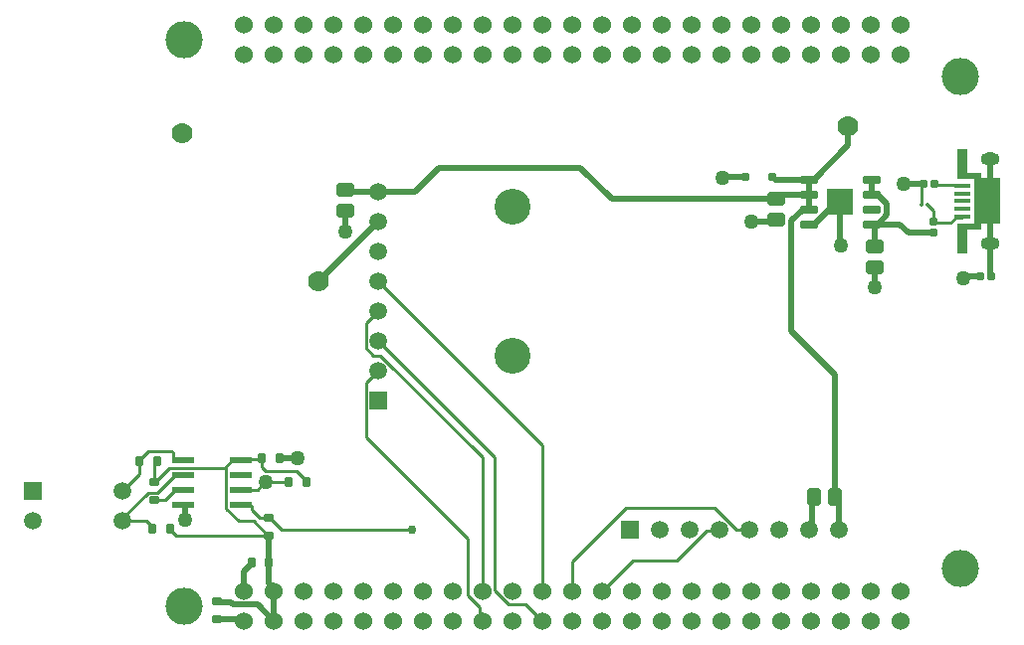
<source format=gtl>
G04*
G04 #@! TF.GenerationSoftware,Altium Limited,Altium Designer,20.1.14 (287)*
G04*
G04 Layer_Physical_Order=1*
G04 Layer_Color=255*
%FSLAX24Y24*%
%MOIN*%
G70*
G04*
G04 #@! TF.SameCoordinates,9A1B4EAE-D6D5-4477-8753-CECB3CDB6822*
G04*
G04*
G04 #@! TF.FilePolarity,Positive*
G04*
G01*
G75*
%ADD14C,0.0100*%
%ADD16C,0.0200*%
G04:AMPARAMS|DCode=25|XSize=45.3mil|YSize=57.1mil|CornerRadius=6.8mil|HoleSize=0mil|Usage=FLASHONLY|Rotation=270.000|XOffset=0mil|YOffset=0mil|HoleType=Round|Shape=RoundedRectangle|*
%AMROUNDEDRECTD25*
21,1,0.0453,0.0435,0,0,270.0*
21,1,0.0317,0.0571,0,0,270.0*
1,1,0.0136,-0.0218,-0.0158*
1,1,0.0136,-0.0218,0.0158*
1,1,0.0136,0.0218,0.0158*
1,1,0.0136,0.0218,-0.0158*
%
%ADD25ROUNDEDRECTD25*%
G04:AMPARAMS|DCode=26|XSize=24.4mil|YSize=24.4mil|CornerRadius=3.7mil|HoleSize=0mil|Usage=FLASHONLY|Rotation=180.000|XOffset=0mil|YOffset=0mil|HoleType=Round|Shape=RoundedRectangle|*
%AMROUNDEDRECTD26*
21,1,0.0244,0.0171,0,0,180.0*
21,1,0.0171,0.0244,0,0,180.0*
1,1,0.0073,-0.0085,0.0085*
1,1,0.0073,0.0085,0.0085*
1,1,0.0073,0.0085,-0.0085*
1,1,0.0073,-0.0085,-0.0085*
%
%ADD26ROUNDEDRECTD26*%
G04:AMPARAMS|DCode=27|XSize=24.4mil|YSize=24.4mil|CornerRadius=3.7mil|HoleSize=0mil|Usage=FLASHONLY|Rotation=90.000|XOffset=0mil|YOffset=0mil|HoleType=Round|Shape=RoundedRectangle|*
%AMROUNDEDRECTD27*
21,1,0.0244,0.0171,0,0,90.0*
21,1,0.0171,0.0244,0,0,90.0*
1,1,0.0073,0.0085,0.0085*
1,1,0.0073,0.0085,-0.0085*
1,1,0.0073,-0.0085,-0.0085*
1,1,0.0073,-0.0085,0.0085*
%
%ADD27ROUNDEDRECTD27*%
G04:AMPARAMS|DCode=28|XSize=45.3mil|YSize=57.1mil|CornerRadius=6.8mil|HoleSize=0mil|Usage=FLASHONLY|Rotation=0.000|XOffset=0mil|YOffset=0mil|HoleType=Round|Shape=RoundedRectangle|*
%AMROUNDEDRECTD28*
21,1,0.0453,0.0435,0,0,0.0*
21,1,0.0317,0.0571,0,0,0.0*
1,1,0.0136,0.0158,-0.0218*
1,1,0.0136,-0.0158,-0.0218*
1,1,0.0136,-0.0158,0.0218*
1,1,0.0136,0.0158,0.0218*
%
%ADD28ROUNDEDRECTD28*%
G04:AMPARAMS|DCode=29|XSize=12mil|YSize=12mil|CornerRadius=1.2mil|HoleSize=0mil|Usage=FLASHONLY|Rotation=0.000|XOffset=0mil|YOffset=0mil|HoleType=Round|Shape=RoundedRectangle|*
%AMROUNDEDRECTD29*
21,1,0.0120,0.0096,0,0,0.0*
21,1,0.0096,0.0120,0,0,0.0*
1,1,0.0024,0.0048,-0.0048*
1,1,0.0024,-0.0048,-0.0048*
1,1,0.0024,-0.0048,0.0048*
1,1,0.0024,0.0048,0.0048*
%
%ADD29ROUNDEDRECTD29*%
%ADD30R,0.0780X0.0220*%
%ADD31C,0.0150*%
G04:AMPARAMS|DCode=32|XSize=15.7mil|YSize=51.2mil|CornerRadius=2.4mil|HoleSize=0mil|Usage=FLASHONLY|Rotation=270.000|XOffset=0mil|YOffset=0mil|HoleType=Round|Shape=RoundedRectangle|*
%AMROUNDEDRECTD32*
21,1,0.0157,0.0465,0,0,270.0*
21,1,0.0110,0.0512,0,0,270.0*
1,1,0.0047,-0.0232,-0.0055*
1,1,0.0047,-0.0232,0.0055*
1,1,0.0047,0.0232,0.0055*
1,1,0.0047,0.0232,-0.0055*
%
%ADD32ROUNDEDRECTD32*%
G04:AMPARAMS|DCode=33|XSize=61mil|YSize=23.6mil|CornerRadius=3.5mil|HoleSize=0mil|Usage=FLASHONLY|Rotation=0.000|XOffset=0mil|YOffset=0mil|HoleType=Round|Shape=RoundedRectangle|*
%AMROUNDEDRECTD33*
21,1,0.0610,0.0165,0,0,0.0*
21,1,0.0539,0.0236,0,0,0.0*
1,1,0.0071,0.0270,-0.0083*
1,1,0.0071,-0.0270,-0.0083*
1,1,0.0071,-0.0270,0.0083*
1,1,0.0071,0.0270,0.0083*
%
%ADD33ROUNDEDRECTD33*%
G04:AMPARAMS|DCode=65|XSize=24mil|YSize=32mil|CornerRadius=1.8mil|HoleSize=0mil|Usage=FLASHONLY|Rotation=180.000|XOffset=0mil|YOffset=0mil|HoleType=Round|Shape=RoundedRectangle|*
%AMROUNDEDRECTD65*
21,1,0.0240,0.0284,0,0,180.0*
21,1,0.0204,0.0320,0,0,180.0*
1,1,0.0036,-0.0102,0.0142*
1,1,0.0036,0.0102,0.0142*
1,1,0.0036,0.0102,-0.0142*
1,1,0.0036,-0.0102,-0.0142*
%
%ADD65ROUNDEDRECTD65*%
G04:AMPARAMS|DCode=66|XSize=24mil|YSize=32mil|CornerRadius=1.8mil|HoleSize=0mil|Usage=FLASHONLY|Rotation=270.000|XOffset=0mil|YOffset=0mil|HoleType=Round|Shape=RoundedRectangle|*
%AMROUNDEDRECTD66*
21,1,0.0240,0.0284,0,0,270.0*
21,1,0.0204,0.0320,0,0,270.0*
1,1,0.0036,-0.0142,-0.0102*
1,1,0.0036,-0.0142,0.0102*
1,1,0.0036,0.0142,0.0102*
1,1,0.0036,0.0142,-0.0102*
%
%ADD66ROUNDEDRECTD66*%
%ADD67R,0.0902X0.0902*%
G04:AMPARAMS|DCode=68|XSize=25mil|YSize=25mil|CornerRadius=3.8mil|HoleSize=0mil|Usage=FLASHONLY|Rotation=90.000|XOffset=0mil|YOffset=0mil|HoleType=Round|Shape=RoundedRectangle|*
%AMROUNDEDRECTD68*
21,1,0.0250,0.0175,0,0,90.0*
21,1,0.0175,0.0250,0,0,90.0*
1,1,0.0075,0.0088,0.0088*
1,1,0.0075,0.0088,-0.0088*
1,1,0.0075,-0.0088,-0.0088*
1,1,0.0075,-0.0088,0.0088*
%
%ADD68ROUNDEDRECTD68*%
%ADD69R,0.0354X0.0987*%
%ADD70R,0.0217X0.1755*%
%ADD71R,0.0866X0.1535*%
%ADD72R,0.0787X0.0187*%
%ADD73C,0.0600*%
%ADD74C,0.0591*%
%ADD75R,0.0591X0.0591*%
%ADD76C,0.0700*%
%ADD77O,0.0633X0.0436*%
%ADD78R,0.0591X0.0591*%
%ADD79C,0.1250*%
%ADD80C,0.0500*%
%ADD81C,0.0300*%
%ADD82C,0.1200*%
G36*
X31452Y13121D02*
D01*
D02*
G37*
D14*
X30451Y15270D02*
Y15328D01*
X30523Y15400D01*
X30450Y15269D02*
X30451Y15270D01*
X30450Y14700D02*
Y15269D01*
X5390Y6210D02*
Y6391D01*
X4260Y6100D02*
Y6140D01*
X4570Y6450D01*
X5331D01*
X5390Y6391D01*
X5450Y6150D02*
X5730D01*
X5390Y6210D02*
X5450Y6150D01*
X8560Y3610D02*
X8600D01*
X5480D02*
X8560D01*
X8490Y3560D02*
X8590Y3460D01*
X7110Y5870D02*
X7170Y5930D01*
Y4494D02*
X7577Y4087D01*
X8083D01*
X7170Y4494D02*
Y5930D01*
X7390Y6150D01*
X8083Y4087D02*
X8560Y3610D01*
X28919Y13982D02*
X28987Y14050D01*
X28800Y15050D02*
X28987D01*
X28876Y13982D02*
X28919D01*
X5270Y5870D02*
X7110D01*
X4790Y5390D02*
X5270Y5870D01*
X4750Y5390D02*
X4790D01*
X7390Y6150D02*
X7670D01*
X5280Y3810D02*
X5480Y3610D01*
X5280Y3810D02*
Y3850D01*
X8335Y6175D02*
X8350Y6190D01*
X8360Y6200D01*
X8350Y5900D02*
Y6190D01*
X9840Y5400D02*
Y5440D01*
X9520Y5760D02*
X9840Y5440D01*
X8490Y5760D02*
X9520D01*
X8350Y5900D02*
X8490Y5760D01*
X8590Y4240D02*
X9023Y3807D01*
X8290Y4190D02*
X8600D01*
X8010Y4470D02*
X8290Y4190D01*
X8010Y4470D02*
Y4590D01*
X7950Y4650D02*
X8010Y4590D01*
X7670Y4650D02*
X7950D01*
X8550Y4240D02*
X8590D01*
X9023Y3807D02*
X13396D01*
X7670Y4650D02*
X7675Y4645D01*
X8210Y5150D02*
X8460Y5400D01*
X11845Y6909D02*
X15250Y3503D01*
X15654Y846D02*
Y1188D01*
X15250Y1593D02*
X15654Y1188D01*
X15250Y1593D02*
Y3503D01*
X15654Y846D02*
X15750Y750D01*
X8500Y5400D02*
X9260D01*
X7670Y5150D02*
X8210D01*
X8460Y5400D02*
X8500D01*
X16617Y1303D02*
X17197D01*
X16160Y1760D02*
X16617Y1303D01*
X17197D02*
X17750Y750D01*
X12250Y10150D02*
X16160Y6240D01*
Y1760D02*
Y6240D01*
X26487Y14550D02*
X26674D01*
X26655Y15031D02*
X26674Y15050D01*
X25600Y14904D02*
X25727Y15031D01*
X27681Y3819D02*
X27700Y3800D01*
X27554Y4900D02*
X27681Y4773D01*
X11150Y15204D02*
X11204Y15150D01*
X12100Y9650D02*
X12323D01*
X11845Y9905D02*
X12100Y9650D01*
X11845Y9905D02*
Y10745D01*
X12323Y9650D02*
X15750Y6223D01*
X11845Y10745D02*
X12250Y11150D01*
Y12150D02*
X17750Y6650D01*
Y1750D02*
Y6650D01*
X15750Y1750D02*
Y6223D01*
X11845Y6909D02*
Y8745D01*
X12250Y9150D01*
X18750Y1750D02*
Y2750D01*
X20550Y4550D01*
X23523D02*
X24255Y3818D01*
X24682D01*
X20550Y4550D02*
X23523D01*
X24682Y3818D02*
X24700Y3800D01*
X23255Y3782D02*
X23682D01*
X23700Y3800D01*
X22249Y2776D02*
X23255Y3782D01*
X20776Y2776D02*
X22249D01*
X19750Y1750D02*
X20776Y2776D01*
X5450Y5650D02*
X5730D01*
X4840Y5040D02*
X5450Y5650D01*
X4555Y5040D02*
X4840D01*
X3700Y4100D02*
Y4185D01*
X4555Y5040D01*
X3700Y4100D02*
X4490D01*
X4700Y3890D01*
Y3850D02*
Y3890D01*
X4260Y5660D02*
Y6100D01*
X3700Y5100D02*
X4260Y5660D01*
X4750Y4810D02*
X5110D01*
X5450Y5150D01*
X5730D01*
X4750Y5390D02*
Y5970D01*
X4840Y6060D01*
Y6100D01*
X8360Y6160D02*
Y6200D01*
X7695Y6175D02*
X8335D01*
X7670Y6150D02*
X7695Y6175D01*
X30767Y14100D02*
X31426D01*
X30850Y14127D02*
Y14500D01*
X30650Y14700D02*
X30850Y14500D01*
X31426Y14100D02*
X31607Y14281D01*
X31784D01*
X31813Y14309D01*
X31784Y15362D02*
X31813Y15333D01*
X30915Y15362D02*
X31784D01*
X30877Y15400D02*
X30915Y15362D01*
X32750Y16243D02*
X32750Y16243D01*
X32764Y12314D02*
X32777Y12300D01*
X32750Y13400D02*
X32764Y13386D01*
X28876Y13328D02*
X28900Y13304D01*
X28800Y15550D02*
X28800Y15550D01*
X26674Y15550D02*
X26861D01*
X25450Y15650D02*
X25550Y15550D01*
D16*
X30450Y15400D02*
X30523D01*
X29850D02*
X30450D01*
X8750Y750D02*
Y1750D01*
X28987Y15050D02*
X29300Y14737D01*
X28987Y14050D02*
X29300Y14363D01*
Y14737D01*
X28987Y14050D02*
X29728D01*
X30005Y13773D01*
X30850D01*
X8940Y6200D02*
X9550D01*
X8590Y2700D02*
Y3460D01*
X6850Y1390D02*
X6870Y1370D01*
X7310D01*
X7390Y1290D01*
X8210D02*
X8750Y750D01*
X7390Y1290D02*
X8210D01*
X8590Y2700D02*
X8600Y2690D01*
Y2008D02*
Y2690D01*
Y2008D02*
X8750Y1858D01*
Y1750D02*
Y1858D01*
X20077Y14904D02*
X25600D01*
X19031Y15950D02*
X20077Y14904D01*
X14300Y15950D02*
X19031D01*
X26100Y10470D02*
Y14163D01*
Y10470D02*
X27554Y9016D01*
X26100Y14163D02*
X26487Y14550D01*
X27554Y4900D02*
Y9016D01*
X27737Y13363D02*
X27750Y13350D01*
X27737Y13363D02*
Y14800D01*
X25554Y14150D02*
X25600Y14196D01*
X24750Y14150D02*
X25554D01*
X25727Y15031D02*
X26655D01*
X10250Y12150D02*
X12250Y14150D01*
X27681Y3819D02*
Y4773D01*
X11204Y15150D02*
X12250D01*
X13500D01*
X14300Y15950D01*
X7710Y790D02*
X7750Y750D01*
X6870Y790D02*
X7710D01*
X6850Y810D02*
X6870Y790D01*
X7750Y1750D02*
Y2400D01*
X8010Y2660D01*
Y2700D01*
X32750Y13400D02*
Y16243D01*
X32764Y12314D02*
Y13386D01*
X28876Y13328D02*
Y13982D01*
X28800Y15050D02*
Y15550D01*
X28000Y16689D02*
Y17350D01*
X26861Y15550D02*
X28000Y16689D01*
X25550Y15550D02*
X26674D01*
Y14550D02*
Y15050D01*
Y15550D01*
X26700Y3800D02*
X26773Y3873D01*
Y4827D01*
X26846Y4900D01*
X5730Y4650D02*
X5790D01*
X5800Y4640D01*
Y4150D02*
Y4640D01*
X11150Y13800D02*
Y14496D01*
X31900Y12300D02*
X32423D01*
X31850Y12250D02*
X31900Y12300D01*
X28900Y11950D02*
Y12596D01*
X26674Y14050D02*
X26861D01*
X27611Y14800D01*
X27737D01*
X25600Y14196D02*
X25659D01*
X23800Y15600D02*
X23825Y15625D01*
X24525D02*
X24550Y15650D01*
X23825Y15625D02*
X24525D01*
D25*
X11150Y14496D02*
D03*
Y15204D02*
D03*
X28900Y12596D02*
D03*
Y13304D02*
D03*
X25600Y14196D02*
D03*
Y14904D02*
D03*
D26*
X30523Y15400D02*
D03*
X30877D02*
D03*
X32423Y12300D02*
D03*
X32777D02*
D03*
D27*
X30850Y14127D02*
D03*
Y13773D02*
D03*
D28*
X27554Y4900D02*
D03*
X26846D02*
D03*
D29*
X30650Y14700D02*
D03*
X30450D02*
D03*
D30*
X5730Y6150D02*
D03*
Y5650D02*
D03*
Y5150D02*
D03*
Y4650D02*
D03*
X7670D02*
D03*
Y5150D02*
D03*
Y5650D02*
D03*
Y6150D02*
D03*
D31*
X32652Y14821D02*
D03*
D32*
X31813Y14309D02*
D03*
Y14565D02*
D03*
Y14821D02*
D03*
Y15077D02*
D03*
Y15333D02*
D03*
D33*
X28800Y15550D02*
D03*
X28800Y15050D02*
D03*
X28800Y14550D02*
D03*
X26674Y15550D02*
D03*
Y15050D02*
D03*
Y14550D02*
D03*
Y14050D02*
D03*
X28800Y14050D02*
D03*
D65*
X9840Y5400D02*
D03*
X9260D02*
D03*
X8010Y2700D02*
D03*
X8590D02*
D03*
X4260Y6100D02*
D03*
X4840D02*
D03*
X4700Y3850D02*
D03*
X5280D02*
D03*
X8360Y6200D02*
D03*
X8940D02*
D03*
D66*
X6850Y1390D02*
D03*
Y810D02*
D03*
X8600Y4190D02*
D03*
Y3610D02*
D03*
X4750Y5390D02*
D03*
Y4810D02*
D03*
D67*
X27737Y14800D02*
D03*
D68*
X25450Y15650D02*
D03*
X24550D02*
D03*
D69*
X31825Y16082D02*
D03*
Y13560D02*
D03*
D70*
X32327Y14744D02*
D03*
D71*
X32652Y14821D02*
D03*
D72*
X32041Y13960D02*
D03*
X32041Y15682D02*
D03*
D73*
X7750Y750D02*
D03*
X8750D02*
D03*
X9750D02*
D03*
X10750D02*
D03*
X11750D02*
D03*
X12750D02*
D03*
X13750D02*
D03*
X14750D02*
D03*
X15750D02*
D03*
X16750D02*
D03*
X17750D02*
D03*
X18750D02*
D03*
X19750D02*
D03*
X20750D02*
D03*
X21750D02*
D03*
X22750D02*
D03*
X23750D02*
D03*
X24750D02*
D03*
X25750D02*
D03*
X26750D02*
D03*
X27750D02*
D03*
X28750D02*
D03*
X29750D02*
D03*
X7750Y1750D02*
D03*
X8750D02*
D03*
X9750D02*
D03*
X10750D02*
D03*
X11750D02*
D03*
X12750D02*
D03*
X13750D02*
D03*
X14750D02*
D03*
X15750D02*
D03*
X16750D02*
D03*
X17750D02*
D03*
X18750D02*
D03*
X19750D02*
D03*
X20750D02*
D03*
X21750D02*
D03*
X22750D02*
D03*
X23750D02*
D03*
X24750D02*
D03*
X25750D02*
D03*
X26750D02*
D03*
X27750D02*
D03*
X28750D02*
D03*
X29750D02*
D03*
Y20750D02*
D03*
X28750D02*
D03*
X27750D02*
D03*
X26750D02*
D03*
X25750D02*
D03*
X24750D02*
D03*
X23750D02*
D03*
X22750D02*
D03*
X21750D02*
D03*
X20750D02*
D03*
X19750D02*
D03*
X18750D02*
D03*
X17750D02*
D03*
X16750D02*
D03*
X15750D02*
D03*
X14750D02*
D03*
X13750D02*
D03*
X12750D02*
D03*
X11750D02*
D03*
X10750D02*
D03*
X9750D02*
D03*
X8750D02*
D03*
X7750D02*
D03*
X29750Y19750D02*
D03*
X28750D02*
D03*
X27750D02*
D03*
X26750D02*
D03*
X25750D02*
D03*
X24750D02*
D03*
X23750D02*
D03*
X22750D02*
D03*
X21750D02*
D03*
X20750D02*
D03*
X19750D02*
D03*
X18750D02*
D03*
X17750D02*
D03*
X16750D02*
D03*
X15750D02*
D03*
X14750D02*
D03*
X13750D02*
D03*
X12750D02*
D03*
X11750D02*
D03*
X10750D02*
D03*
X9750D02*
D03*
X8750D02*
D03*
X7750D02*
D03*
D74*
X27700Y3800D02*
D03*
X26700D02*
D03*
X25700D02*
D03*
X24700D02*
D03*
X23700D02*
D03*
X22700D02*
D03*
X21700D02*
D03*
X12250Y15150D02*
D03*
X3700Y4100D02*
D03*
Y5100D02*
D03*
X700Y4100D02*
D03*
X12250Y9150D02*
D03*
Y10150D02*
D03*
Y11150D02*
D03*
Y12150D02*
D03*
Y13150D02*
D03*
Y14150D02*
D03*
D75*
X20700Y3800D02*
D03*
X700Y5100D02*
D03*
D76*
X10250Y12150D02*
D03*
X5700Y17100D02*
D03*
X28000Y17350D02*
D03*
D77*
X32750Y16243D02*
D03*
X32750Y13400D02*
D03*
D78*
X12250Y8150D02*
D03*
D79*
X5750Y1250D02*
D03*
X31750Y2500D02*
D03*
Y19000D02*
D03*
X5750Y20250D02*
D03*
D80*
X29850Y15400D02*
D03*
X8500Y5400D02*
D03*
X9550Y6200D02*
D03*
X27750Y13350D02*
D03*
X24750Y14150D02*
D03*
X5800Y4150D02*
D03*
X23800Y15600D02*
D03*
X11150Y13800D02*
D03*
X28900Y11950D02*
D03*
X31850Y12250D02*
D03*
D81*
X13396Y3807D02*
D03*
D82*
X16750Y9650D02*
D03*
Y14650D02*
D03*
M02*

</source>
